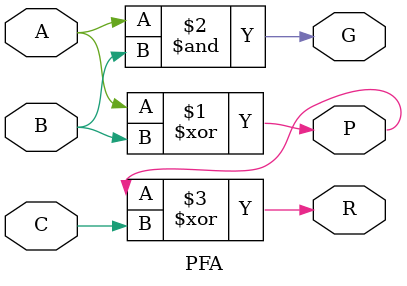
<source format=v>
`timescale 1ns / 1ps
module PFA(input wire A, input wire B, input wire C, output wire R, output wire P, output wire G);
	xor(P,A,B);
	and(G,A,B);
	xor(R,P,C);
endmodule

</source>
